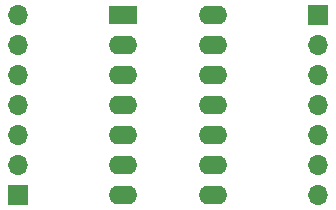
<source format=gbr>
%TF.GenerationSoftware,KiCad,Pcbnew,(5.1.7)-1*%
%TF.CreationDate,2021-01-04T21:33:55-06:00*%
%TF.ProjectId,pinballMods,70696e62-616c-46c4-9d6f-64732e6b6963,rev?*%
%TF.SameCoordinates,Original*%
%TF.FileFunction,Soldermask,Bot*%
%TF.FilePolarity,Negative*%
%FSLAX46Y46*%
G04 Gerber Fmt 4.6, Leading zero omitted, Abs format (unit mm)*
G04 Created by KiCad (PCBNEW (5.1.7)-1) date 2021-01-04 21:33:55*
%MOMM*%
%LPD*%
G01*
G04 APERTURE LIST*
%ADD10O,1.700000X1.700000*%
%ADD11R,1.700000X1.700000*%
%ADD12O,2.400000X1.600000*%
%ADD13R,2.400000X1.600000*%
G04 APERTURE END LIST*
D10*
%TO.C,J3*%
X171450000Y-106680000D03*
X171450000Y-104140000D03*
X171450000Y-101600000D03*
X171450000Y-99060000D03*
X171450000Y-96520000D03*
X171450000Y-93980000D03*
D11*
X171450000Y-91440000D03*
%TD*%
D10*
%TO.C,J1*%
X146050000Y-91440000D03*
X146050000Y-93980000D03*
X146050000Y-96520000D03*
X146050000Y-99060000D03*
X146050000Y-101600000D03*
X146050000Y-104140000D03*
D11*
X146050000Y-106680000D03*
%TD*%
D12*
%TO.C,J2*%
X162560000Y-91440000D03*
X154940000Y-106680000D03*
X162560000Y-93980000D03*
X154940000Y-104140000D03*
X162560000Y-96520000D03*
X154940000Y-101600000D03*
X162560000Y-99060000D03*
X154940000Y-99060000D03*
X162560000Y-101600000D03*
X154940000Y-96520000D03*
X162560000Y-104140000D03*
X154940000Y-93980000D03*
X162560000Y-106680000D03*
D13*
X154940000Y-91440000D03*
%TD*%
M02*

</source>
